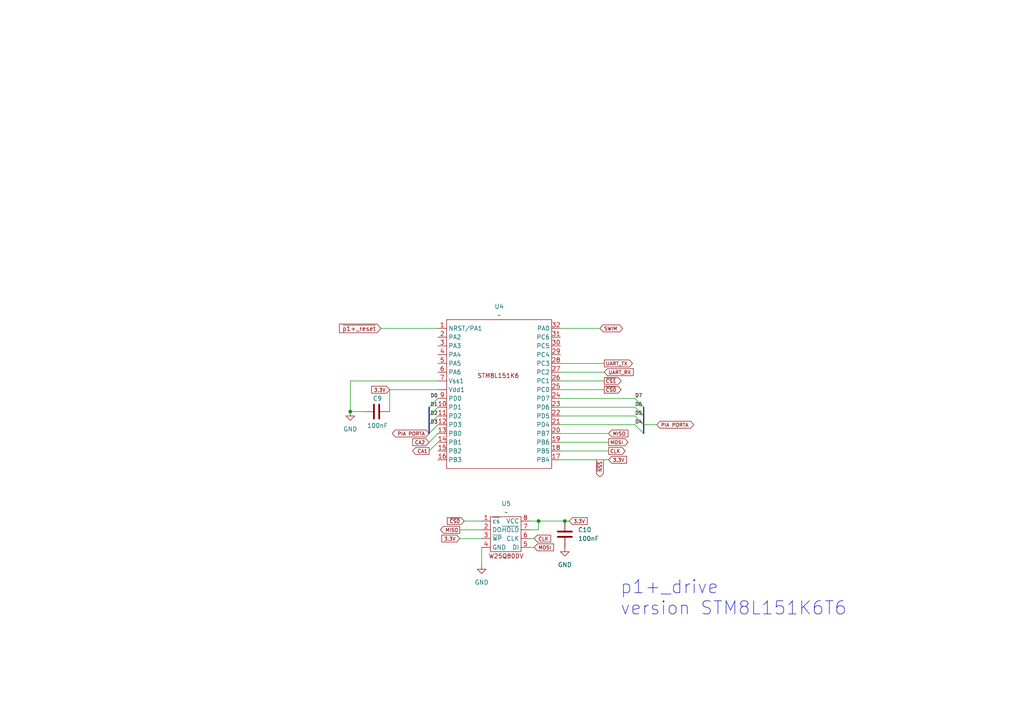
<source format=kicad_sch>
(kicad_sch (version 20231120) (generator "eeschema") (generator_version "8.0")
  (paper "A4")
  (lib_symbols
    (symbol "Device:C" (pin_numbers hide) (pin_names (offset 0.254))
      (property "Reference" "C" (at 0.635 2.54 0))
      (property "Value" "C" (at 0.635 -2.54 0))
      (symbol "C_0_1"
        (polyline (pts (xy -2.032 -0.762) (xy 2.032 -0.762)) (stroke (width 0.508)))
        (polyline (pts (xy -2.032 0.762) (xy 2.032 0.762)) (stroke (width 0.508)))
      )
      (symbol "C_1_1"
        (pin passive line (at 0 3.81 270) (length 2.794) (name "~") (number "1"))
        (pin passive line (at 0 -3.81 90) (length 2.794) (name "~") (number "2"))
      )
    )
    (symbol "power:GND" (power) (pin_numbers hide) (pin_names (offset 0) hide)
      (property "Value" "GND" (at 0 -3.81 0))
      (symbol "GND_0_1"
        (polyline (pts (xy 0 0) (xy 0 -1.27) (xy 1.27 -1.27) (xy 0 -2.54) (xy -1.27 -1.27) (xy 0 -1.27)))
      )
      (symbol "GND_1_1"
        (pin power_in line (at 0 0 270) (length 0) (name "~") (number "1"))
      )
    )
    (symbol "project_lib:W25Q80DV"
      (property "Reference" "U" (at -1.524 6.35 0))
      (symbol "W25Q80DV_0_1"
        (rectangle (start -5.08 5.08) (end 3.81 -5.08))
      )
      (symbol "W25Q80DV_1_1"
        (text "W25Q80DV" (at -0.508 -6.35 0) (effects (font (size 1.27 1.27))))
        (pin input line (at -7.62 3.81 0) (length 2.54) (name "~{cs}") (number "1"))
        (pin output line (at -7.62 1.27 0) (length 2.54) (name "DO") (number "2"))
        (pin input line (at -7.62 -1.27 0) (length 2.54) (name "~{WP}") (number "3"))
        (pin passive line (at -7.62 -3.81 0) (length 2.54) (name "GND") (number "4"))
        (pin input line (at 6.35 -3.81 180) (length 2.54) (name "DI") (number "5"))
        (pin input line (at 6.35 -1.27 180) (length 2.54) (name "CLK") (number "6"))
        (pin input line (at 6.35 1.27 180) (length 2.54) (name "~{HOLD}") (number "7"))
        (pin power_in line (at 6.35 3.81 180) (length 2.54) (name "VCC") (number "8"))
      )
    )
    (symbol "stm8:STM8L151K6"
      (property "Reference" "U" (at 0 0 0))
      (symbol "STM8L151K6_0_1"
        (rectangle (start -15.24 21.59) (end 15.24 -21.59))
      )
      (symbol "STM8L151K6_1_1"
        (text "STM8L151K6" (at -0.254 5.334 0) (effects (font (size 1.27 1.27))))
        (pin power_in line (at -17.78 1.27 0) (length 2.54) (name "Vdd1") (number ""))
        (pin bidirectional line (at -17.78 19.05 0) (length 2.54) (name "NRST/PA1") (number "1"))
        (pin bidirectional line (at -17.78 -3.81 0) (length 2.54) (name "PD1") (number "10"))
        (pin bidirectional line (at -17.78 -6.35 0) (length 2.54) (name "PD2") (number "11"))
        (pin bidirectional line (at -17.78 -8.89 0) (length 2.54) (name "PD3") (number "12"))
        (pin bidirectional line (at -17.78 -11.43 0) (length 2.54) (name "PB0") (number "13"))
        (pin bidirectional line (at -17.78 -13.97 0) (length 2.54) (name "PB1") (number "14"))
        (pin bidirectional line (at -17.78 -16.51 0) (length 2.54) (name "PB2") (number "15"))
        (pin bidirectional line (at -17.78 -19.05 0) (length 2.54) (name "PB3") (number "16"))
        (pin bidirectional line (at 17.78 -19.05 180) (length 2.54) (name "PB4") (number "17"))
        (pin bidirectional line (at 17.78 -16.51 180) (length 2.54) (name "PB5") (number "18"))
        (pin bidirectional line (at 17.78 -13.97 180) (length 2.54) (name "PB6") (number "19"))
        (pin bidirectional line (at -17.78 16.51 0) (length 2.54) (name "PA2") (number "2"))
        (pin bidirectional line (at 17.78 -11.43 180) (length 2.54) (name "PB7") (number "20"))
        (pin bidirectional line (at 17.78 -8.89 180) (length 2.54) (name "PD4") (number "21"))
        (pin bidirectional line (at 17.78 -6.35 180) (length 2.54) (name "PD5") (number "22"))
        (pin bidirectional line (at 17.78 -3.81 180) (length 2.54) (name "PD6") (number "23"))
        (pin bidirectional line (at 17.78 -1.27 180) (length 2.54) (name "PD7") (number "24"))
        (pin bidirectional line (at 17.78 1.27 180) (length 2.54) (name "PC0") (number "25"))
        (pin bidirectional line (at 17.78 3.81 180) (length 2.54) (name "PC1") (number "26"))
        (pin bidirectional line (at 17.78 6.35 180) (length 2.54) (name "PC2") (number "27"))
        (pin bidirectional line (at 17.78 8.89 180) (length 2.54) (name "PC3") (number "28"))
        (pin bidirectional line (at 17.78 11.43 180) (length 2.54) (name "PC4") (number "29"))
        (pin bidirectional line (at -17.78 13.97 0) (length 2.54) (name "PA3") (number "3"))
        (pin bidirectional line (at 17.78 13.97 180) (length 2.54) (name "PC5") (number "30"))
        (pin bidirectional line (at 17.78 16.51 180) (length 2.54) (name "PC6") (number "31"))
        (pin bidirectional line (at 17.78 19.05 180) (length 2.54) (name "PA0") (number "32"))
        (pin bidirectional line (at -17.78 11.43 0) (length 2.54) (name "PA4") (number "4"))
        (pin bidirectional line (at -17.78 8.89 0) (length 2.54) (name "PA5") (number "5"))
        (pin bidirectional line (at -17.78 6.35 0) (length 2.54) (name "PA6") (number "6"))
        (pin passive line (at -17.78 3.81 0) (length 2.54) (name "Vss1") (number "7"))
        (pin bidirectional line (at -17.78 -1.27 0) (length 2.54) (name "PD0") (number "9"))
      )
    )
  )
  (junction (at 156.21 151.13))
  (junction (at 101.6 119.38))
  (junction (at 163.83 151.13))
  (bus_entry (at 124.46 120.65) (size 2.54 -2.54))
  (bus_entry (at 186.69 123.19) (size -2.54 -2.54))
  (bus_entry (at 186.69 118.11) (size -2.54 -2.54))
  (bus_entry (at 124.46 123.19) (size 2.54 -2.54))
  (bus_entry (at 124.46 118.11) (size 2.54 -2.54))
  (bus_entry (at 124.46 125.73) (size 2.54 -2.54))
  (bus_entry (at 186.69 125.73) (size -2.54 -2.54))
  (bus_entry (at 124.46 128.27) (size 2.54 -2.54))
  (bus_entry (at 186.69 120.65) (size -2.54 -2.54))
  (bus_entry (at 124.46 130.81) (size 2.54 -2.54))
  (wire (pts (xy 162.56 118.11) (xy 184.15 118.11)))
  (bus (pts (xy 186.69 118.11) (xy 186.69 120.65)))
  (wire (pts (xy 162.56 130.81) (xy 176.53 130.81)))
  (wire (pts (xy 101.6 110.49) (xy 101.6 119.38)))
  (wire (pts (xy 162.56 113.03) (xy 175.26 113.03)))
  (wire (pts (xy 133.35 156.21) (xy 139.7 156.21)))
  (wire (pts (xy 133.35 153.67) (xy 139.7 153.67)))
  (bus (pts (xy 186.69 123.19) (xy 186.69 125.73)))
  (wire (pts (xy 101.6 119.38) (xy 105.41 119.38)))
  (bus (pts (xy 124.46 118.11) (xy 124.46 120.65)))
  (wire (pts (xy 156.21 153.67) (xy 156.21 151.13)))
  (wire (pts (xy 139.7 158.75) (xy 139.7 163.83)))
  (wire (pts (xy 153.67 153.67) (xy 156.21 153.67)))
  (wire (pts (xy 162.56 133.35) (xy 176.53 133.35)))
  (wire (pts (xy 162.56 107.95) (xy 175.26 107.95)))
  (wire (pts (xy 110.49 95.25) (xy 127 95.25)))
  (wire (pts (xy 113.03 113.03) (xy 113.03 119.38)))
  (wire (pts (xy 162.56 95.25) (xy 173.99 95.25)))
  (wire (pts (xy 162.56 123.19) (xy 184.15 123.19)))
  (wire (pts (xy 162.56 115.57) (xy 184.15 115.57)))
  (wire (pts (xy 163.83 151.13) (xy 165.1 151.13)))
  (wire (pts (xy 156.21 151.13) (xy 163.83 151.13)))
  (wire (pts (xy 127 110.49) (xy 101.6 110.49)))
  (wire (pts (xy 153.67 151.13) (xy 156.21 151.13)))
  (wire (pts (xy 162.56 120.65) (xy 184.15 120.65)))
  (bus (pts (xy 186.69 120.65) (xy 186.69 123.19)))
  (wire (pts (xy 113.03 113.03) (xy 127 113.03)))
  (wire (pts (xy 153.67 158.75) (xy 154.94 158.75)))
  (wire (pts (xy 162.56 110.49) (xy 175.26 110.49)))
  (wire (pts (xy 134.62 151.13) (xy 139.7 151.13)))
  (wire (pts (xy 162.56 105.41) (xy 175.26 105.41)))
  (wire (pts (xy 162.56 128.27) (xy 176.53 128.27)))
  (bus (pts (xy 124.46 120.65) (xy 124.46 123.19)))
  (wire (pts (xy 162.56 125.73) (xy 176.53 125.73)))
  (wire (pts (xy 186.69 123.19) (xy 190.5 123.19)))
  (wire (pts (xy 153.67 156.21) (xy 154.94 156.21)))
  (bus (pts (xy 124.46 123.19) (xy 124.46 125.73)))
  (text "p1+_drive\nversion STM8L151K6T6\n" (at 179.832 173.482 0) (effects (font (size 3.81 3.81)) (justify left)))
  (label "D6" (at 184.15 118.11 0) (effects (font (size 1.016 1.016))))
  (label "D7" (at 184.15 115.57 0) (effects (font (size 1.016 1.016))))
  (label "D1" (at 127 118.11 180) (effects (font (size 1.016 1.016))))
  (label "D2" (at 127 120.65 180) (effects (font (size 1.016 1.016))))
  (label "D3" (at 127 123.19 180) (effects (font (size 1.016 1.016))))
  (label "D0" (at 127 115.57 180) (effects (font (size 1.016 1.016))))
  (label "D4" (at 184.15 123.19 0) (effects (font (size 1.016 1.016))))
  (label "D5" (at 184.15 120.65 0) (effects (font (size 1.016 1.016))))
  (global_label "UART_TX" (shape output) (at 175.26 105.41 0) (effects (font (size 1.016 1.016))) (property "Intersheetrefs" "${INTERSHEET_REFS}" (effects (hide yes))))
  (global_label "3.3V" (shape input) (at 165.1 151.13 0) (effects (font (size 1.016 1.016))) (property "Intersheetrefs" "${INTERSHEET_REFS}" (effects (hide yes))))
  (global_label "CA2" (shape input) (at 124.46 128.27 180) (effects (font (size 1.016 1.016))) (property "Intersheetrefs" "${INTERSHEET_REFS}" (effects (hide yes))))
  (global_label "CLK" (shape output) (at 176.53 130.81 0) (effects (font (size 1.016 1.016))) (property "Intersheetrefs" "${INTERSHEET_REFS}" (effects (hide yes))))
  (global_label "3.3V" (shape input) (at 113.03 113.03 180) (effects (font (size 1.016 1.016))) (property "Intersheetrefs" "${INTERSHEET_REFS}" (effects (hide yes))))
  (global_label "~{CS1}" (shape output) (at 175.26 110.49 0) (effects (font (size 1.016 1.016))) (property "Intersheetrefs" "${INTERSHEET_REFS}" (effects (hide yes))))
  (global_label "MISO" (shape input) (at 176.53 125.73 0) (effects (font (size 1.016 1.016))) (property "Intersheetrefs" "${INTERSHEET_REFS}" (effects (hide yes))))
  (global_label "MOSI" (shape input) (at 154.94 158.75 0) (effects (font (size 1.016 1.016))) (property "Intersheetrefs" "${INTERSHEET_REFS}" (effects (hide yes))))
  (global_label "3.3V" (shape input) (at 176.53 133.35 0) (effects (font (size 1.016 1.016))) (property "Intersheetrefs" "${INTERSHEET_REFS}" (effects (hide yes))))
  (global_label "MOSI" (shape output) (at 176.53 128.27 0) (effects (font (size 1.016 1.016))) (property "Intersheetrefs" "${INTERSHEET_REFS}" (effects (hide yes))))
  (global_label "~{NSS}" (shape output) (at 173.99 133.35 270) (effects (font (size 1.016 1.016))) (property "Intersheetrefs" "${INTERSHEET_REFS}" (effects (hide yes))))
  (global_label "SWIM" (shape bidirectional) (at 173.99 95.25 0) (effects (font (size 1.016 1.016))) (property "Intersheetrefs" "${INTERSHEET_REFS}" (effects (hide yes))))
  (global_label "PIA PORTA" (shape bidirectional) (at 190.5 123.19 0) (effects (font (size 1.016 1.016))) (property "Intersheetrefs" "${INTERSHEET_REFS}" (effects (hide yes))))
  (global_label "3.3V" (shape input) (at 133.35 156.21 180) (effects (font (size 1.016 1.016))) (property "Intersheetrefs" "${INTERSHEET_REFS}" (effects (hide yes))))
  (global_label "~{p1+_reset}" (shape input) (at 110.49 95.25 180) (property "Intersheetrefs" "${INTERSHEET_REFS}" (effects (hide yes))))
  (global_label "~{CS0}" (shape output) (at 175.26 113.03 0) (effects (font (size 1.016 1.016))) (property "Intersheetrefs" "${INTERSHEET_REFS}" (effects (hide yes))))
  (global_label "MISO" (shape output) (at 133.35 153.67 180) (effects (font (size 1.016 1.016))) (property "Intersheetrefs" "${INTERSHEET_REFS}" (effects (hide yes))))
  (global_label "CA1" (shape output) (at 124.46 130.81 180) (effects (font (size 1.016 1.016))) (property "Intersheetrefs" "${INTERSHEET_REFS}" (effects (hide yes))))
  (global_label "CLK" (shape input) (at 154.94 156.21 0) (effects (font (size 1.016 1.016))) (property "Intersheetrefs" "${INTERSHEET_REFS}" (effects (hide yes))))
  (global_label "UART_RX" (shape input) (at 175.26 107.95 0) (effects (font (size 1.016 1.016))) (property "Intersheetrefs" "${INTERSHEET_REFS}" (effects (hide yes))))
  (global_label "PIA PORTA" (shape bidirectional) (at 124.46 125.73 180) (effects (font (size 1.016 1.016))) (property "Intersheetrefs" "${INTERSHEET_REFS}" (effects (hide yes))))
  (global_label "~{CS0}" (shape input) (at 134.62 151.13 180) (effects (font (size 1.016 1.016))) (property "Intersheetrefs" "${INTERSHEET_REFS}" (effects (hide yes))))
  (symbol (lib_id "stm8:STM8L151K6") (at 144.78 114.3 0) (unit 1)
    (property "Reference" "U4" (at 144.78 88.9 0))
    (property "Value" "~" (at 144.78 91.44 0))
  )
  (symbol (lib_id "power:GND") (at 101.6 119.38 0) (unit 1)
    (property "Reference" "#PWR08" (effects (hide yes)))
    (property "Value" "GND" (at 101.6 124.46 0))
    (property "Description" "Power symbol creates a global label with name \"GND\" , ground" (effects (hide yes)))
  )
  (symbol (lib_id "project_lib:W25Q80DV") (at 147.32 154.94 0) (unit 1)
    (property "Reference" "U5" (at 146.812 146.05 0))
    (property "Value" "~" (at 146.812 148.59 0))
  )
  (symbol (lib_id "Device:C") (at 109.22 119.38 90) (unit 1)
    (property "Reference" "C9" (at 109.474 115.57 90))
    (property "Value" "100nF" (at 109.474 123.444 90))
    (property "Description" "Unpolarized capacitor" (effects (hide yes)))
  )
  (symbol (lib_id "power:GND") (at 163.83 158.75 0) (unit 1)
    (property "Reference" "#PWR010" (effects (hide yes)))
    (property "Value" "GND" (at 163.83 163.83 0))
    (property "Description" "Power symbol creates a global label with name \"GND\" , ground" (effects (hide yes)))
  )
  (symbol (lib_id "Device:C") (at 163.83 154.94 0) (unit 1)
    (property "Reference" "C10" (at 167.64 153.6699 0) (effects (justify left)))
    (property "Value" "100nF" (at 167.64 156.2099 0) (effects (justify left)))
    (property "Description" "Unpolarized capacitor" (effects (hide yes)))
  )
  (symbol (lib_id "power:GND") (at 139.7 163.83 0) (unit 1)
    (property "Reference" "#PWR09" (effects (hide yes)))
    (property "Value" "GND" (at 139.7 168.91 0))
    (property "Description" "Power symbol creates a global label with name \"GND\" , ground" (effects (hide yes)))
  )
)
</source>
